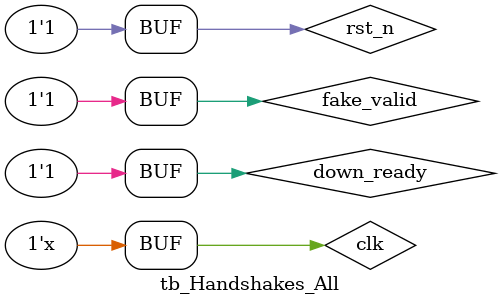
<source format=v>
`timescale 1 ns / 1 ps

module tb_Handshakes_All();
reg clk;
reg rst_n;
reg up_valid;
reg [7:0] up_data;
reg down_ready;
wire down_valid;
wire [7:0]down_data;
wire up_ready;

reg fake_valid;
initial begin
	clk = 1'b0;
	rst_n = 1'b0;
	up_valid = 1'b0;
	fake_valid = 1'b1;
	up_data = 'd0;
	down_ready = 1'b0;
	#35
	rst_n = 1'b1;
	down_ready = 1'b0;

	#20
	down_ready = 1'b1;

	#20
	down_ready = 1'b0;

	#20
	down_ready = 1'b1;

	#20
	down_ready = 1'b0;

	#20
	down_ready = 1'b1;

	#20
	down_ready = 1'b0;

	#20
	down_ready = 1'b1;

	#20
	down_ready = 1'b0;

	#20
	down_ready = 1'b1;

	#20
	down_ready = 1'b0;

	#20
	down_ready = 1'b1;

	#20
	down_ready = 1'b0;

	#20
	down_ready = 1'b1;

	#20
	down_ready = 1'b0;

	#20
	down_ready = 1'b1;
end

always @(posedge clk)begin
	if(!rst_n)begin
		up_data <= 'd0;
		up_valid <= 1'b1;
	end
	else if(up_ready && up_valid)begin
		up_data <= 'd0;
		up_valid <= 1'b0;
	end
	else if (up_valid == 1'b0)begin
		up_data <= {$random}%256;
		up_valid <= 1'b1;
	end
end


always #10 clk = ~clk;

	Handshakes_All #(
			.WORD_WIDTH(8)
		) inst_Handshakes_All (
			.clk        (clk),
			.rst_n      (rst_n),
			.up_valid   (up_valid),
			.up_data    (up_data),
			.down_ready (down_ready),
			.down_valid (down_valid),
			.down_data  (down_data),
			.up_ready   (up_ready)
		);


endmodule
</source>
